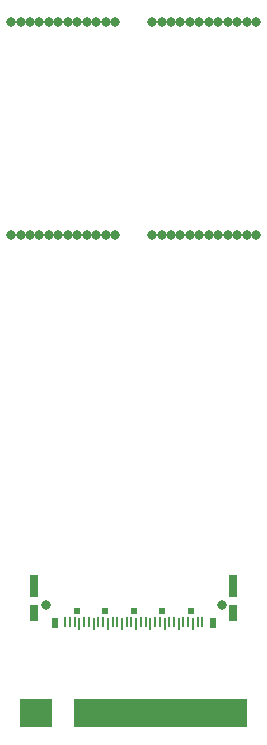
<source format=gbr>
G04 #@! TF.FileFunction,Soldermask,Top*
%FSLAX46Y46*%
G04 Gerber Fmt 4.6, Leading zero omitted, Abs format (unit mm)*
G04 Created by KiCad (PCBNEW 4.0.7) date 05/24/18 10:42:32*
%MOMM*%
%LPD*%
G01*
G04 APERTURE LIST*
%ADD10C,0.100000*%
%ADD11C,0.800000*%
%ADD12R,0.750000X2.400000*%
%ADD13R,0.570000X0.920000*%
%ADD14R,0.220000X0.820000*%
%ADD15R,0.570000X0.570000*%
%ADD16R,0.220000X1.020000*%
%ADD17R,0.730000X1.320000*%
%ADD18R,0.730000X1.870000*%
%ADD19C,0.820000*%
G04 APERTURE END LIST*
D10*
D11*
X148500000Y-50110000D03*
X149300000Y-50110000D03*
X150100000Y-50110000D03*
X150900000Y-50110000D03*
X151700000Y-50110000D03*
X152500000Y-50110000D03*
X153300000Y-50110000D03*
X154100000Y-50110000D03*
X154900000Y-50110000D03*
X155700000Y-50110000D03*
X156500000Y-50110000D03*
X157300000Y-50110000D03*
X160440000Y-50110000D03*
X161240000Y-50110000D03*
X162040000Y-50110000D03*
X162840000Y-50110000D03*
X163640000Y-50110000D03*
X164440000Y-50110000D03*
X165240000Y-50110000D03*
X166040000Y-50110000D03*
X166840000Y-50110000D03*
X167640000Y-50110000D03*
X168440000Y-50110000D03*
X169240000Y-50110000D03*
X160440000Y-68110000D03*
X161240000Y-68110000D03*
X162040000Y-68110000D03*
X162840000Y-68110000D03*
X163640000Y-68110000D03*
X164440000Y-68110000D03*
X165240000Y-68110000D03*
X166040000Y-68110000D03*
X166840000Y-68110000D03*
X167640000Y-68110000D03*
X168440000Y-68110000D03*
X169240000Y-68110000D03*
X148500000Y-68110000D03*
X149300000Y-68110000D03*
X150100000Y-68110000D03*
X150900000Y-68110000D03*
X151700000Y-68110000D03*
X152500000Y-68110000D03*
X153300000Y-68110000D03*
X154100000Y-68110000D03*
X154900000Y-68110000D03*
X155700000Y-68110000D03*
X156500000Y-68110000D03*
X157300000Y-68110000D03*
D12*
X168130000Y-108610000D03*
X167630000Y-108610000D03*
X167130000Y-108610000D03*
X166630000Y-108610000D03*
X166130000Y-108610000D03*
X165630000Y-108610000D03*
X163130000Y-108610000D03*
X162630000Y-108610000D03*
X162130000Y-108610000D03*
X161630000Y-108610000D03*
X161130000Y-108610000D03*
X160630000Y-108610000D03*
X160130000Y-108610000D03*
X159630000Y-108610000D03*
X159130000Y-108610000D03*
X158630000Y-108610000D03*
X158130000Y-108610000D03*
X157630000Y-108610000D03*
X157130000Y-108610000D03*
X156630000Y-108610000D03*
X156130000Y-108610000D03*
X155630000Y-108610000D03*
X155130000Y-108610000D03*
X154630000Y-108610000D03*
X154130000Y-108610000D03*
X151630000Y-108610000D03*
X151130000Y-108610000D03*
X150630000Y-108610000D03*
X150130000Y-108610000D03*
X149630000Y-108610000D03*
X165130000Y-108610000D03*
X164630000Y-108610000D03*
X164130000Y-108610000D03*
X163630000Y-108610000D03*
D13*
X152190000Y-100980000D03*
D14*
X153490000Y-100930000D03*
D15*
X154090000Y-100005000D03*
D16*
X154290000Y-101030000D03*
D14*
X154690000Y-100930000D03*
X155090000Y-100930000D03*
D16*
X155490000Y-101030000D03*
D14*
X155890000Y-100930000D03*
X156290000Y-100930000D03*
D16*
X156690000Y-101030000D03*
D14*
X157090000Y-100930000D03*
X157490000Y-100930000D03*
D16*
X157890000Y-101030000D03*
D14*
X158290000Y-100930000D03*
X158690000Y-100930000D03*
D16*
X159090000Y-101030000D03*
D14*
X159490000Y-100930000D03*
X159890000Y-100930000D03*
D16*
X160290000Y-101030000D03*
D14*
X160690000Y-100930000D03*
X161090000Y-100930000D03*
D16*
X161490000Y-101030000D03*
D14*
X161890000Y-100930000D03*
X162290000Y-100930000D03*
D16*
X162690000Y-101030000D03*
D14*
X163090000Y-100930000D03*
X163490000Y-100930000D03*
D16*
X163890000Y-101030000D03*
D14*
X164290000Y-100930000D03*
X164690000Y-100930000D03*
X153090000Y-100930000D03*
D13*
X165590000Y-100980000D03*
D14*
X153890000Y-100930000D03*
D15*
X156490000Y-100005000D03*
X158890000Y-100005000D03*
X161290000Y-100005000D03*
X163690000Y-100005000D03*
D17*
X150450000Y-100130000D03*
D18*
X150450000Y-97810000D03*
D17*
X167330000Y-100130000D03*
D18*
X167330000Y-97810000D03*
D19*
X151440000Y-99480000D03*
X166340000Y-99480000D03*
M02*

</source>
